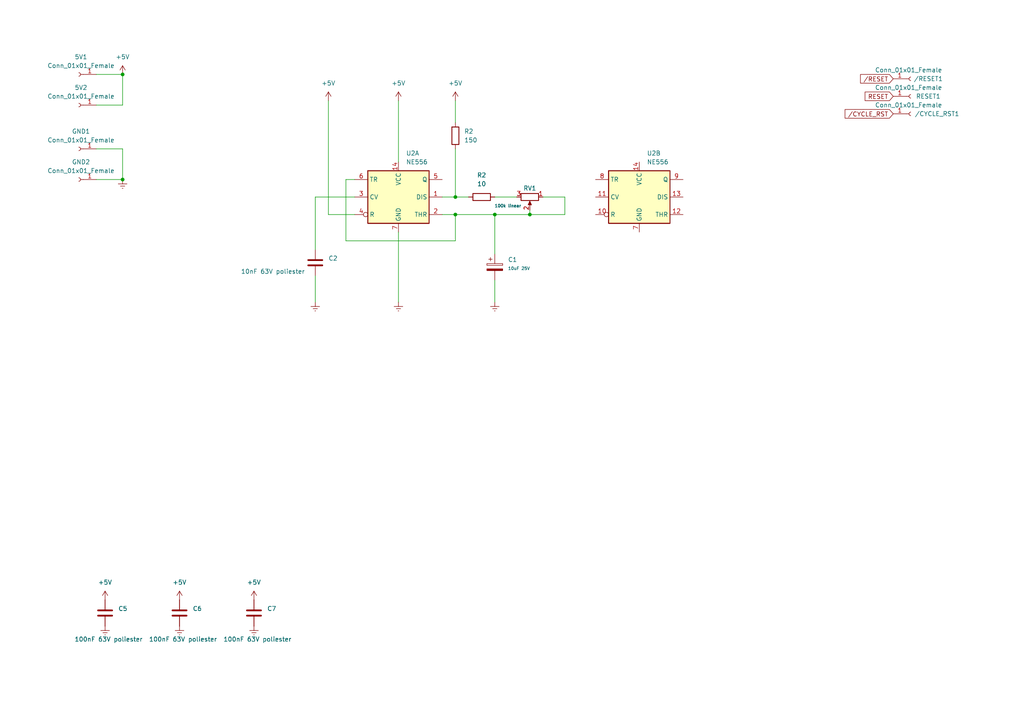
<source format=kicad_sch>
(kicad_sch (version 20230121) (generator eeschema)

  (uuid 4e4768fd-52f0-4853-bca6-f45a0aebc6bd)

  (paper "A4")

  (lib_symbols
    (symbol "Connector:Conn_01x01_Female" (pin_names (offset 1.016) hide) (in_bom yes) (on_board yes)
      (property "Reference" "J" (at 0 2.54 0)
        (effects (font (size 1.27 1.27)))
      )
      (property "Value" "Conn_01x01_Female" (at 0 -2.54 0)
        (effects (font (size 1.27 1.27)))
      )
      (property "Footprint" "" (at 0 0 0)
        (effects (font (size 1.27 1.27)) hide)
      )
      (property "Datasheet" "~" (at 0 0 0)
        (effects (font (size 1.27 1.27)) hide)
      )
      (property "ki_keywords" "connector" (at 0 0 0)
        (effects (font (size 1.27 1.27)) hide)
      )
      (property "ki_description" "Generic connector, single row, 01x01, script generated (kicad-library-utils/schlib/autogen/connector/)" (at 0 0 0)
        (effects (font (size 1.27 1.27)) hide)
      )
      (property "ki_fp_filters" "Connector*:*" (at 0 0 0)
        (effects (font (size 1.27 1.27)) hide)
      )
      (symbol "Conn_01x01_Female_1_1"
        (polyline
          (pts
            (xy -1.27 0)
            (xy -0.508 0)
          )
          (stroke (width 0.1524) (type default))
          (fill (type none))
        )
        (arc (start 0 0.508) (mid -0.5058 0) (end 0 -0.508)
          (stroke (width 0.1524) (type default))
          (fill (type none))
        )
        (pin passive line (at -5.08 0 0) (length 3.81)
          (name "Pin_1" (effects (font (size 1.27 1.27))))
          (number "1" (effects (font (size 1.27 1.27))))
        )
      )
    )
    (symbol "Device:C" (pin_numbers hide) (pin_names (offset 0.254)) (in_bom yes) (on_board yes)
      (property "Reference" "C" (at 0.635 2.54 0)
        (effects (font (size 1.27 1.27)) (justify left))
      )
      (property "Value" "C" (at 0.635 -2.54 0)
        (effects (font (size 1.27 1.27)) (justify left))
      )
      (property "Footprint" "" (at 0.9652 -3.81 0)
        (effects (font (size 1.27 1.27)) hide)
      )
      (property "Datasheet" "~" (at 0 0 0)
        (effects (font (size 1.27 1.27)) hide)
      )
      (property "ki_keywords" "cap capacitor" (at 0 0 0)
        (effects (font (size 1.27 1.27)) hide)
      )
      (property "ki_description" "Unpolarized capacitor" (at 0 0 0)
        (effects (font (size 1.27 1.27)) hide)
      )
      (property "ki_fp_filters" "C_*" (at 0 0 0)
        (effects (font (size 1.27 1.27)) hide)
      )
      (symbol "C_0_1"
        (polyline
          (pts
            (xy -2.032 -0.762)
            (xy 2.032 -0.762)
          )
          (stroke (width 0.508) (type default))
          (fill (type none))
        )
        (polyline
          (pts
            (xy -2.032 0.762)
            (xy 2.032 0.762)
          )
          (stroke (width 0.508) (type default))
          (fill (type none))
        )
      )
      (symbol "C_1_1"
        (pin passive line (at 0 3.81 270) (length 2.794)
          (name "~" (effects (font (size 1.27 1.27))))
          (number "1" (effects (font (size 1.27 1.27))))
        )
        (pin passive line (at 0 -3.81 90) (length 2.794)
          (name "~" (effects (font (size 1.27 1.27))))
          (number "2" (effects (font (size 1.27 1.27))))
        )
      )
    )
    (symbol "Device:C_Polarized" (pin_numbers hide) (pin_names (offset 0.254)) (in_bom yes) (on_board yes)
      (property "Reference" "C" (at 0.635 2.54 0)
        (effects (font (size 1.27 1.27)) (justify left))
      )
      (property "Value" "C_Polarized" (at 0.635 -2.54 0)
        (effects (font (size 1.27 1.27)) (justify left))
      )
      (property "Footprint" "" (at 0.9652 -3.81 0)
        (effects (font (size 1.27 1.27)) hide)
      )
      (property "Datasheet" "~" (at 0 0 0)
        (effects (font (size 1.27 1.27)) hide)
      )
      (property "ki_keywords" "cap capacitor" (at 0 0 0)
        (effects (font (size 1.27 1.27)) hide)
      )
      (property "ki_description" "Polarized capacitor" (at 0 0 0)
        (effects (font (size 1.27 1.27)) hide)
      )
      (property "ki_fp_filters" "CP_*" (at 0 0 0)
        (effects (font (size 1.27 1.27)) hide)
      )
      (symbol "C_Polarized_0_1"
        (rectangle (start -2.286 0.508) (end 2.286 1.016)
          (stroke (width 0) (type default))
          (fill (type none))
        )
        (polyline
          (pts
            (xy -1.778 2.286)
            (xy -0.762 2.286)
          )
          (stroke (width 0) (type default))
          (fill (type none))
        )
        (polyline
          (pts
            (xy -1.27 2.794)
            (xy -1.27 1.778)
          )
          (stroke (width 0) (type default))
          (fill (type none))
        )
        (rectangle (start 2.286 -0.508) (end -2.286 -1.016)
          (stroke (width 0) (type default))
          (fill (type outline))
        )
      )
      (symbol "C_Polarized_1_1"
        (pin passive line (at 0 3.81 270) (length 2.794)
          (name "~" (effects (font (size 1.27 1.27))))
          (number "1" (effects (font (size 1.27 1.27))))
        )
        (pin passive line (at 0 -3.81 90) (length 2.794)
          (name "~" (effects (font (size 1.27 1.27))))
          (number "2" (effects (font (size 1.27 1.27))))
        )
      )
    )
    (symbol "Device:R" (pin_numbers hide) (pin_names (offset 0)) (in_bom yes) (on_board yes)
      (property "Reference" "R" (at 2.032 0 90)
        (effects (font (size 1.27 1.27)))
      )
      (property "Value" "R" (at 0 0 90)
        (effects (font (size 1.27 1.27)))
      )
      (property "Footprint" "" (at -1.778 0 90)
        (effects (font (size 1.27 1.27)) hide)
      )
      (property "Datasheet" "~" (at 0 0 0)
        (effects (font (size 1.27 1.27)) hide)
      )
      (property "ki_keywords" "R res resistor" (at 0 0 0)
        (effects (font (size 1.27 1.27)) hide)
      )
      (property "ki_description" "Resistor" (at 0 0 0)
        (effects (font (size 1.27 1.27)) hide)
      )
      (property "ki_fp_filters" "R_*" (at 0 0 0)
        (effects (font (size 1.27 1.27)) hide)
      )
      (symbol "R_0_1"
        (rectangle (start -1.016 -2.54) (end 1.016 2.54)
          (stroke (width 0.254) (type default))
          (fill (type none))
        )
      )
      (symbol "R_1_1"
        (pin passive line (at 0 3.81 270) (length 1.27)
          (name "~" (effects (font (size 1.27 1.27))))
          (number "1" (effects (font (size 1.27 1.27))))
        )
        (pin passive line (at 0 -3.81 90) (length 1.27)
          (name "~" (effects (font (size 1.27 1.27))))
          (number "2" (effects (font (size 1.27 1.27))))
        )
      )
    )
    (symbol "Device:R_Potentiometer" (pin_names (offset 1.016) hide) (in_bom yes) (on_board yes)
      (property "Reference" "RV" (at -4.445 0 90)
        (effects (font (size 1.27 1.27)))
      )
      (property "Value" "R_Potentiometer" (at -2.54 0 90)
        (effects (font (size 1.27 1.27)))
      )
      (property "Footprint" "" (at 0 0 0)
        (effects (font (size 1.27 1.27)) hide)
      )
      (property "Datasheet" "~" (at 0 0 0)
        (effects (font (size 1.27 1.27)) hide)
      )
      (property "ki_keywords" "resistor variable" (at 0 0 0)
        (effects (font (size 1.27 1.27)) hide)
      )
      (property "ki_description" "Potentiometer" (at 0 0 0)
        (effects (font (size 1.27 1.27)) hide)
      )
      (property "ki_fp_filters" "Potentiometer*" (at 0 0 0)
        (effects (font (size 1.27 1.27)) hide)
      )
      (symbol "R_Potentiometer_0_1"
        (polyline
          (pts
            (xy 2.54 0)
            (xy 1.524 0)
          )
          (stroke (width 0) (type default))
          (fill (type none))
        )
        (polyline
          (pts
            (xy 1.143 0)
            (xy 2.286 0.508)
            (xy 2.286 -0.508)
            (xy 1.143 0)
          )
          (stroke (width 0) (type default))
          (fill (type outline))
        )
        (rectangle (start 1.016 2.54) (end -1.016 -2.54)
          (stroke (width 0.254) (type default))
          (fill (type none))
        )
      )
      (symbol "R_Potentiometer_1_1"
        (pin passive line (at 0 3.81 270) (length 1.27)
          (name "1" (effects (font (size 1.27 1.27))))
          (number "1" (effects (font (size 1.27 1.27))))
        )
        (pin passive line (at 3.81 0 180) (length 1.27)
          (name "2" (effects (font (size 1.27 1.27))))
          (number "2" (effects (font (size 1.27 1.27))))
        )
        (pin passive line (at 0 -3.81 90) (length 1.27)
          (name "3" (effects (font (size 1.27 1.27))))
          (number "3" (effects (font (size 1.27 1.27))))
        )
      )
    )
    (symbol "Timer:NE556" (in_bom yes) (on_board yes)
      (property "Reference" "U" (at -10.16 8.89 0)
        (effects (font (size 1.27 1.27)) (justify left))
      )
      (property "Value" "NE556" (at -10.16 -8.89 0)
        (effects (font (size 1.27 1.27)) (justify left))
      )
      (property "Footprint" "" (at 0 0 0)
        (effects (font (size 1.27 1.27)) hide)
      )
      (property "Datasheet" "http://www.ti.com/lit/ds/symlink/ne556.pdf" (at 0 0 0)
        (effects (font (size 1.27 1.27)) hide)
      )
      (property "ki_keywords" "dual timer" (at 0 0 0)
        (effects (font (size 1.27 1.27)) hide)
      )
      (property "ki_description" "Dual Precision Timers, DIP-14/SOIC-14" (at 0 0 0)
        (effects (font (size 1.27 1.27)) hide)
      )
      (property "ki_fp_filters" "DIP*W7.62mm* TSSOP*5.3x6.2mm*P0.65mm* SOIC*3.9x8.7mm*P1.27mm*" (at 0 0 0)
        (effects (font (size 1.27 1.27)) hide)
      )
      (symbol "NE556_0_0"
        (pin power_in line (at 0 10.16 270) (length 2.54)
          (name "VCC" (effects (font (size 1.27 1.27))))
          (number "14" (effects (font (size 1.27 1.27))))
        )
        (pin power_in line (at 0 -10.16 90) (length 2.54)
          (name "GND" (effects (font (size 1.27 1.27))))
          (number "7" (effects (font (size 1.27 1.27))))
        )
      )
      (symbol "NE556_0_1"
        (rectangle (start -8.89 -7.62) (end 8.89 7.62)
          (stroke (width 0.254) (type default))
          (fill (type background))
        )
        (rectangle (start -8.89 -7.62) (end 8.89 7.62)
          (stroke (width 0.254) (type default))
          (fill (type background))
        )
      )
      (symbol "NE556_1_1"
        (pin input line (at 12.7 0 180) (length 3.81)
          (name "DIS" (effects (font (size 1.27 1.27))))
          (number "1" (effects (font (size 1.27 1.27))))
        )
        (pin input line (at 12.7 -5.08 180) (length 3.81)
          (name "THR" (effects (font (size 1.27 1.27))))
          (number "2" (effects (font (size 1.27 1.27))))
        )
        (pin input line (at -12.7 0 0) (length 3.81)
          (name "CV" (effects (font (size 1.27 1.27))))
          (number "3" (effects (font (size 1.27 1.27))))
        )
        (pin input inverted (at -12.7 -5.08 0) (length 3.81)
          (name "R" (effects (font (size 1.27 1.27))))
          (number "4" (effects (font (size 1.27 1.27))))
        )
        (pin output line (at 12.7 5.08 180) (length 3.81)
          (name "Q" (effects (font (size 1.27 1.27))))
          (number "5" (effects (font (size 1.27 1.27))))
        )
        (pin input line (at -12.7 5.08 0) (length 3.81)
          (name "TR" (effects (font (size 1.27 1.27))))
          (number "6" (effects (font (size 1.27 1.27))))
        )
      )
      (symbol "NE556_2_1"
        (pin input inverted (at -12.7 -5.08 0) (length 3.81)
          (name "R" (effects (font (size 1.27 1.27))))
          (number "10" (effects (font (size 1.27 1.27))))
        )
        (pin input line (at -12.7 0 0) (length 3.81)
          (name "CV" (effects (font (size 1.27 1.27))))
          (number "11" (effects (font (size 1.27 1.27))))
        )
        (pin input line (at 12.7 -5.08 180) (length 3.81)
          (name "THR" (effects (font (size 1.27 1.27))))
          (number "12" (effects (font (size 1.27 1.27))))
        )
        (pin input line (at 12.7 0 180) (length 3.81)
          (name "DIS" (effects (font (size 1.27 1.27))))
          (number "13" (effects (font (size 1.27 1.27))))
        )
        (pin input line (at -12.7 5.08 0) (length 3.81)
          (name "TR" (effects (font (size 1.27 1.27))))
          (number "8" (effects (font (size 1.27 1.27))))
        )
        (pin output line (at 12.7 5.08 180) (length 3.81)
          (name "Q" (effects (font (size 1.27 1.27))))
          (number "9" (effects (font (size 1.27 1.27))))
        )
      )
    )
    (symbol "power:+5V" (power) (pin_names (offset 0)) (in_bom yes) (on_board yes)
      (property "Reference" "#PWR" (at 0 -3.81 0)
        (effects (font (size 1.27 1.27)) hide)
      )
      (property "Value" "+5V" (at 0 3.556 0)
        (effects (font (size 1.27 1.27)))
      )
      (property "Footprint" "" (at 0 0 0)
        (effects (font (size 1.27 1.27)) hide)
      )
      (property "Datasheet" "" (at 0 0 0)
        (effects (font (size 1.27 1.27)) hide)
      )
      (property "ki_keywords" "power-flag" (at 0 0 0)
        (effects (font (size 1.27 1.27)) hide)
      )
      (property "ki_description" "Power symbol creates a global label with name \"+5V\"" (at 0 0 0)
        (effects (font (size 1.27 1.27)) hide)
      )
      (symbol "+5V_0_1"
        (polyline
          (pts
            (xy -0.762 1.27)
            (xy 0 2.54)
          )
          (stroke (width 0) (type default))
          (fill (type none))
        )
        (polyline
          (pts
            (xy 0 0)
            (xy 0 2.54)
          )
          (stroke (width 0) (type default))
          (fill (type none))
        )
        (polyline
          (pts
            (xy 0 2.54)
            (xy 0.762 1.27)
          )
          (stroke (width 0) (type default))
          (fill (type none))
        )
      )
      (symbol "+5V_1_1"
        (pin power_in line (at 0 0 90) (length 0) hide
          (name "+5V" (effects (font (size 1.27 1.27))))
          (number "1" (effects (font (size 1.27 1.27))))
        )
      )
    )
    (symbol "power:Earth" (power) (pin_names (offset 0)) (in_bom yes) (on_board yes)
      (property "Reference" "#PWR" (at 0 -6.35 0)
        (effects (font (size 1.27 1.27)) hide)
      )
      (property "Value" "Earth" (at 0 -3.81 0)
        (effects (font (size 1.27 1.27)) hide)
      )
      (property "Footprint" "" (at 0 0 0)
        (effects (font (size 1.27 1.27)) hide)
      )
      (property "Datasheet" "~" (at 0 0 0)
        (effects (font (size 1.27 1.27)) hide)
      )
      (property "ki_keywords" "power-flag ground gnd" (at 0 0 0)
        (effects (font (size 1.27 1.27)) hide)
      )
      (property "ki_description" "Power symbol creates a global label with name \"Earth\"" (at 0 0 0)
        (effects (font (size 1.27 1.27)) hide)
      )
      (symbol "Earth_0_1"
        (polyline
          (pts
            (xy -0.635 -1.905)
            (xy 0.635 -1.905)
          )
          (stroke (width 0) (type default))
          (fill (type none))
        )
        (polyline
          (pts
            (xy -0.127 -2.54)
            (xy 0.127 -2.54)
          )
          (stroke (width 0) (type default))
          (fill (type none))
        )
        (polyline
          (pts
            (xy 0 -1.27)
            (xy 0 0)
          )
          (stroke (width 0) (type default))
          (fill (type none))
        )
        (polyline
          (pts
            (xy 1.27 -1.27)
            (xy -1.27 -1.27)
          )
          (stroke (width 0) (type default))
          (fill (type none))
        )
      )
      (symbol "Earth_1_1"
        (pin power_in line (at 0 0 270) (length 0) hide
          (name "Earth" (effects (font (size 1.27 1.27))))
          (number "1" (effects (font (size 1.27 1.27))))
        )
      )
    )
  )

  (junction (at 132.08 57.15) (diameter 0) (color 0 0 0 0)
    (uuid 0f597606-a8ff-414e-ba54-ecb8cf618eff)
  )
  (junction (at 143.51 62.23) (diameter 0) (color 0 0 0 0)
    (uuid 2aae1532-5af4-4a80-a30c-bf55cbff1155)
  )
  (junction (at 132.08 62.23) (diameter 0) (color 0 0 0 0)
    (uuid 5929c55c-c442-477e-9e0f-e96596150376)
  )
  (junction (at 153.67 62.23) (diameter 0) (color 0 0 0 0)
    (uuid 964071fe-d5c8-4108-9a58-e735d558eb0d)
  )
  (junction (at 35.56 21.59) (diameter 0) (color 0 0 0 0)
    (uuid afd113ed-adc7-415a-8a0e-8da5583aba04)
  )
  (junction (at 35.56 52.07) (diameter 0) (color 0 0 0 0)
    (uuid c8c02f7b-1b46-4d9b-ae06-6efce84f9a39)
  )

  (wire (pts (xy 163.83 57.15) (xy 163.83 62.23))
    (stroke (width 0) (type default))
    (uuid 0a20a810-2063-4267-934b-91c449006c06)
  )
  (wire (pts (xy 115.57 67.31) (xy 115.57 87.63))
    (stroke (width 0) (type default))
    (uuid 0ab35400-74c5-4385-86d9-d51bcaba3f55)
  )
  (wire (pts (xy 27.94 30.48) (xy 35.56 30.48))
    (stroke (width 0) (type default))
    (uuid 1690a351-cbda-4248-8b11-14a19cf647d8)
  )
  (wire (pts (xy 143.51 62.23) (xy 143.51 73.66))
    (stroke (width 0) (type default))
    (uuid 18256224-4e71-4264-8842-2abb9b52800e)
  )
  (wire (pts (xy 27.94 21.59) (xy 35.56 21.59))
    (stroke (width 0) (type default))
    (uuid 1b55b498-6bfa-494a-ae2d-15e4765b30cc)
  )
  (wire (pts (xy 100.33 69.85) (xy 132.08 69.85))
    (stroke (width 0) (type default))
    (uuid 2c961ace-c758-4918-bcec-30f8aa11f719)
  )
  (wire (pts (xy 143.51 62.23) (xy 132.08 62.23))
    (stroke (width 0) (type default))
    (uuid 35d09ccf-1cd7-4be7-942b-33a416828d7e)
  )
  (wire (pts (xy 143.51 81.28) (xy 143.51 87.63))
    (stroke (width 0) (type default))
    (uuid 5d2ce6ab-ae2d-4bec-949f-af4f98428212)
  )
  (wire (pts (xy 132.08 29.21) (xy 132.08 35.56))
    (stroke (width 0) (type default))
    (uuid 68ef9ded-ed51-4852-b4e8-d12c12c81951)
  )
  (wire (pts (xy 163.83 62.23) (xy 153.67 62.23))
    (stroke (width 0) (type default))
    (uuid 6ac8799c-2d28-4046-9346-987169a107e4)
  )
  (wire (pts (xy 115.57 29.21) (xy 115.57 46.99))
    (stroke (width 0) (type default))
    (uuid 752e8b97-14ad-490b-a887-e45371a044fd)
  )
  (wire (pts (xy 132.08 69.85) (xy 132.08 62.23))
    (stroke (width 0) (type default))
    (uuid 78573278-15a0-4b17-a2fe-7c99f571bbcb)
  )
  (wire (pts (xy 132.08 62.23) (xy 128.27 62.23))
    (stroke (width 0) (type default))
    (uuid 7c6dc0a0-5ae3-4ad1-9aa3-e618de9f4dba)
  )
  (wire (pts (xy 91.44 57.15) (xy 102.87 57.15))
    (stroke (width 0) (type default))
    (uuid 7cbae8e5-a4bd-42d0-a91b-a8ae31707da7)
  )
  (wire (pts (xy 157.48 57.15) (xy 163.83 57.15))
    (stroke (width 0) (type default))
    (uuid 80ba37cf-4e16-4a1a-a3af-6d26e82a59ff)
  )
  (wire (pts (xy 128.27 57.15) (xy 132.08 57.15))
    (stroke (width 0) (type default))
    (uuid 8599582c-af74-4d03-851a-3ba8e55b0e7e)
  )
  (wire (pts (xy 35.56 43.18) (xy 35.56 52.07))
    (stroke (width 0) (type default))
    (uuid 939d5522-f492-4496-9ee4-1f0ec3873b6f)
  )
  (wire (pts (xy 95.25 62.23) (xy 102.87 62.23))
    (stroke (width 0) (type default))
    (uuid b3025c35-3674-4649-9d73-0bcd076dec93)
  )
  (wire (pts (xy 91.44 80.01) (xy 91.44 87.63))
    (stroke (width 0) (type default))
    (uuid b450471c-7c2a-4ff2-9f4b-8e94f3ddb60b)
  )
  (wire (pts (xy 153.67 62.23) (xy 143.51 62.23))
    (stroke (width 0) (type default))
    (uuid b95be0f7-bfe6-4da0-8bb6-0ec2c2739c5c)
  )
  (wire (pts (xy 95.25 29.21) (xy 95.25 62.23))
    (stroke (width 0) (type default))
    (uuid bc938287-0f24-40ba-899f-5dcaee3744c5)
  )
  (wire (pts (xy 27.94 43.18) (xy 35.56 43.18))
    (stroke (width 0) (type default))
    (uuid bca5ffeb-9e4e-44c0-a55c-ddeb8268af94)
  )
  (wire (pts (xy 132.08 57.15) (xy 135.89 57.15))
    (stroke (width 0) (type default))
    (uuid bd3554c0-4ae4-4093-9df3-911d5c98a412)
  )
  (wire (pts (xy 100.33 52.07) (xy 100.33 69.85))
    (stroke (width 0) (type default))
    (uuid c924670d-934e-45a2-b00c-b8a8ab9a3a3b)
  )
  (wire (pts (xy 153.67 60.96) (xy 153.67 62.23))
    (stroke (width 0) (type default))
    (uuid d20ced56-bccb-453b-8cba-620faadbf6aa)
  )
  (wire (pts (xy 102.87 52.07) (xy 100.33 52.07))
    (stroke (width 0) (type default))
    (uuid d7338489-2dfa-41a9-b011-a8e80f5a54c1)
  )
  (wire (pts (xy 132.08 43.18) (xy 132.08 57.15))
    (stroke (width 0) (type default))
    (uuid d8244d74-ca8b-4355-8272-73ae79e2cf55)
  )
  (wire (pts (xy 91.44 72.39) (xy 91.44 57.15))
    (stroke (width 0) (type default))
    (uuid dd5fdf2a-de45-403d-b788-b428bf02b835)
  )
  (wire (pts (xy 27.94 52.07) (xy 35.56 52.07))
    (stroke (width 0) (type default))
    (uuid f504ed6a-5934-4b57-bdc2-9324d8f32ad3)
  )
  (wire (pts (xy 35.56 30.48) (xy 35.56 21.59))
    (stroke (width 0) (type default))
    (uuid f629aead-97b9-4165-837a-4344dd80962a)
  )
  (wire (pts (xy 143.51 57.15) (xy 149.86 57.15))
    (stroke (width 0) (type default))
    (uuid fc236324-dc3f-423a-89e6-8998af1929aa)
  )

  (global_label "{slash}RESET" (shape input) (at 259.08 22.86 180) (fields_autoplaced)
    (effects (font (size 1.27 1.27)) (justify right))
    (uuid 9cd8d690-3d5e-4685-9ed2-fb9098440e43)
    (property "Intersheetrefs" "${INTERSHEET_REFS}" (at 249.0192 22.86 0)
      (effects (font (size 1.27 1.27)) (justify right) hide)
    )
  )
  (global_label "RESET" (shape input) (at 259.08 27.94 180) (fields_autoplaced)
    (effects (font (size 1.27 1.27)) (justify right))
    (uuid a293cafa-ec93-495d-ae88-0b87933602cd)
    (property "Intersheetrefs" "${INTERSHEET_REFS}" (at 250.3497 27.94 0)
      (effects (font (size 1.27 1.27)) (justify right) hide)
    )
  )
  (global_label "{slash}CYCLE_RST" (shape input) (at 259.08 33.02 180) (fields_autoplaced)
    (effects (font (size 1.27 1.27)) (justify right))
    (uuid e9294d83-8776-4dda-999c-bc782cb80916)
    (property "Intersheetrefs" "${INTERSHEET_REFS}" (at 244.5439 33.02 0)
      (effects (font (size 1.27 1.27)) (justify right) hide)
    )
  )

  (symbol (lib_id "power:+5V") (at 73.66 173.99 0) (unit 1)
    (in_bom yes) (on_board yes) (dnp no) (fields_autoplaced)
    (uuid 0ab3a40c-7f27-40c9-b6e4-42c80268b55c)
    (property "Reference" "#PWR05" (at 73.66 177.8 0)
      (effects (font (size 1.27 1.27)) hide)
    )
    (property "Value" "+5V" (at 73.66 168.91 0)
      (effects (font (size 1.27 1.27)))
    )
    (property "Footprint" "" (at 73.66 173.99 0)
      (effects (font (size 1.27 1.27)) hide)
    )
    (property "Datasheet" "" (at 73.66 173.99 0)
      (effects (font (size 1.27 1.27)) hide)
    )
    (pin "1" (uuid 27609cf4-1c1f-4167-a149-0aea6e4faf13))
    (instances
      (project "Clock Circuit"
        (path "/4e4768fd-52f0-4853-bca6-f45a0aebc6bd"
          (reference "#PWR05") (unit 1)
        )
      )
      (project "ProgramCounter"
        (path "/9538e4ed-27e6-4c37-b989-9859dc0d49e8"
          (reference "#PWR07") (unit 1)
        )
      )
    )
  )

  (symbol (lib_id "power:+5V") (at 35.56 21.59 0) (unit 1)
    (in_bom yes) (on_board yes) (dnp no) (fields_autoplaced)
    (uuid 0c003c56-f45e-4213-97fc-88feb7b22cf3)
    (property "Reference" "#PWR07" (at 35.56 25.4 0)
      (effects (font (size 1.27 1.27)) hide)
    )
    (property "Value" "+5V" (at 35.56 16.51 0)
      (effects (font (size 1.27 1.27)))
    )
    (property "Footprint" "" (at 35.56 21.59 0)
      (effects (font (size 1.27 1.27)) hide)
    )
    (property "Datasheet" "" (at 35.56 21.59 0)
      (effects (font (size 1.27 1.27)) hide)
    )
    (pin "1" (uuid 7dcbcc6e-a1b9-4aec-a35b-441dfb88bec2))
    (instances
      (project "Clock Circuit"
        (path "/4e4768fd-52f0-4853-bca6-f45a0aebc6bd"
          (reference "#PWR07") (unit 1)
        )
      )
      (project "ProgramCounter"
        (path "/9538e4ed-27e6-4c37-b989-9859dc0d49e8"
          (reference "#PWR0108") (unit 1)
        )
      )
    )
  )

  (symbol (lib_id "power:+5V") (at 132.08 29.21 0) (unit 1)
    (in_bom yes) (on_board yes) (dnp no) (fields_autoplaced)
    (uuid 19d71692-5990-4ef9-950d-338b9c433a85)
    (property "Reference" "#PWR012" (at 132.08 33.02 0)
      (effects (font (size 1.27 1.27)) hide)
    )
    (property "Value" "+5V" (at 132.08 24.13 0)
      (effects (font (size 1.27 1.27)))
    )
    (property "Footprint" "" (at 132.08 29.21 0)
      (effects (font (size 1.27 1.27)) hide)
    )
    (property "Datasheet" "" (at 132.08 29.21 0)
      (effects (font (size 1.27 1.27)) hide)
    )
    (pin "1" (uuid 8cd2ed7b-bfa5-4960-a724-4eb9100ee1fe))
    (instances
      (project "Clock Circuit"
        (path "/4e4768fd-52f0-4853-bca6-f45a0aebc6bd"
          (reference "#PWR012") (unit 1)
        )
      )
      (project "ProgramCounter"
        (path "/9538e4ed-27e6-4c37-b989-9859dc0d49e8"
          (reference "#PWR0108") (unit 1)
        )
      )
    )
  )

  (symbol (lib_id "Connector:Conn_01x01_Female") (at 22.86 21.59 180) (unit 1)
    (in_bom yes) (on_board yes) (dnp no) (fields_autoplaced)
    (uuid 234fe4d3-9a2a-4ce7-9543-058ec54bbf11)
    (property "Reference" "5V1" (at 23.495 16.51 0)
      (effects (font (size 1.27 1.27)))
    )
    (property "Value" "Conn_01x01_Female" (at 23.495 19.05 0)
      (effects (font (size 1.27 1.27)))
    )
    (property "Footprint" "Connector_PinHeader_1.00mm:PinHeader_1x01_P1.00mm_Vertical" (at 22.86 21.59 0)
      (effects (font (size 1.27 1.27)) hide)
    )
    (property "Datasheet" "~" (at 22.86 21.59 0)
      (effects (font (size 1.27 1.27)) hide)
    )
    (pin "1" (uuid e006abf2-3dda-4c85-9af8-6b42198431c7))
    (instances
      (project "Clock Circuit"
        (path "/4e4768fd-52f0-4853-bca6-f45a0aebc6bd"
          (reference "5V1") (unit 1)
        )
      )
      (project "ProgramCounter"
        (path "/9538e4ed-27e6-4c37-b989-9859dc0d49e8"
          (reference "5V1") (unit 1)
        )
      )
    )
  )

  (symbol (lib_id "Connector:Conn_01x01_Female") (at 264.16 27.94 0) (mirror x) (unit 1)
    (in_bom yes) (on_board yes) (dnp no)
    (uuid 2802dd49-1d65-47b0-bc21-2e760f5d17ad)
    (property "Reference" "RESET1" (at 269.24 27.94 0)
      (effects (font (size 1.27 1.27)))
    )
    (property "Value" "Conn_01x01_Female" (at 263.525 25.4 0)
      (effects (font (size 1.27 1.27)))
    )
    (property "Footprint" "Connector_PinHeader_1.00mm:PinHeader_1x01_P1.00mm_Vertical" (at 264.16 27.94 0)
      (effects (font (size 1.27 1.27)) hide)
    )
    (property "Datasheet" "~" (at 264.16 27.94 0)
      (effects (font (size 1.27 1.27)) hide)
    )
    (pin "1" (uuid d04b8c07-66ac-4cc8-8aa1-ac248546a852))
    (instances
      (project "Clock Circuit"
        (path "/4e4768fd-52f0-4853-bca6-f45a0aebc6bd"
          (reference "RESET1") (unit 1)
        )
      )
      (project "ProgramCounter"
        (path "/9538e4ed-27e6-4c37-b989-9859dc0d49e8"
          (reference "RESET1") (unit 1)
        )
      )
    )
  )

  (symbol (lib_id "Device:C") (at 52.07 177.8 0) (unit 1)
    (in_bom yes) (on_board yes) (dnp no)
    (uuid 39f4d61c-0a58-422f-8fc3-8763feb2a82a)
    (property "Reference" "C6" (at 55.88 176.53 0)
      (effects (font (size 1.27 1.27)) (justify left))
    )
    (property "Value" "100nF 63V poliester" (at 43.18 185.42 0)
      (effects (font (size 1.27 1.27)) (justify left))
    )
    (property "Footprint" "Capacitor_THT:CP_Radial_D5.0mm_P2.00mm" (at 53.0352 181.61 0)
      (effects (font (size 1.27 1.27)) hide)
    )
    (property "Datasheet" "~" (at 52.07 177.8 0)
      (effects (font (size 1.27 1.27)) hide)
    )
    (pin "1" (uuid 0979e5d1-7c11-4730-81a0-1598dfca4b62))
    (pin "2" (uuid 268ce290-36e0-4850-a927-37d3bcae9a6b))
    (instances
      (project "Clock Circuit"
        (path "/4e4768fd-52f0-4853-bca6-f45a0aebc6bd"
          (reference "C6") (unit 1)
        )
      )
      (project "ProgramCounter"
        (path "/9538e4ed-27e6-4c37-b989-9859dc0d49e8"
          (reference "C2") (unit 1)
        )
      )
    )
  )

  (symbol (lib_id "power:+5V") (at 30.48 173.99 0) (unit 1)
    (in_bom yes) (on_board yes) (dnp no) (fields_autoplaced)
    (uuid 3c22d766-df73-4368-b13e-8fc335affef7)
    (property "Reference" "#PWR01" (at 30.48 177.8 0)
      (effects (font (size 1.27 1.27)) hide)
    )
    (property "Value" "+5V" (at 30.48 168.91 0)
      (effects (font (size 1.27 1.27)))
    )
    (property "Footprint" "" (at 30.48 173.99 0)
      (effects (font (size 1.27 1.27)) hide)
    )
    (property "Datasheet" "" (at 30.48 173.99 0)
      (effects (font (size 1.27 1.27)) hide)
    )
    (pin "1" (uuid a21f4e5f-694d-4260-bdac-b2951e84b60c))
    (instances
      (project "Clock Circuit"
        (path "/4e4768fd-52f0-4853-bca6-f45a0aebc6bd"
          (reference "#PWR01") (unit 1)
        )
      )
      (project "ProgramCounter"
        (path "/9538e4ed-27e6-4c37-b989-9859dc0d49e8"
          (reference "#PWR0111") (unit 1)
        )
      )
    )
  )

  (symbol (lib_id "power:+5V") (at 95.25 29.21 0) (unit 1)
    (in_bom yes) (on_board yes) (dnp no) (fields_autoplaced)
    (uuid 3dc5bbb3-0dba-466b-be30-040a079086e6)
    (property "Reference" "#PWR011" (at 95.25 33.02 0)
      (effects (font (size 1.27 1.27)) hide)
    )
    (property "Value" "+5V" (at 95.25 24.13 0)
      (effects (font (size 1.27 1.27)))
    )
    (property "Footprint" "" (at 95.25 29.21 0)
      (effects (font (size 1.27 1.27)) hide)
    )
    (property "Datasheet" "" (at 95.25 29.21 0)
      (effects (font (size 1.27 1.27)) hide)
    )
    (pin "1" (uuid b79681f9-85dc-4adf-959c-ef887dc10c5d))
    (instances
      (project "Clock Circuit"
        (path "/4e4768fd-52f0-4853-bca6-f45a0aebc6bd"
          (reference "#PWR011") (unit 1)
        )
      )
      (project "ProgramCounter"
        (path "/9538e4ed-27e6-4c37-b989-9859dc0d49e8"
          (reference "#PWR0108") (unit 1)
        )
      )
    )
  )

  (symbol (lib_id "power:Earth") (at 35.56 52.07 0) (unit 1)
    (in_bom yes) (on_board yes) (dnp no) (fields_autoplaced)
    (uuid 44ff996b-032d-4bea-89fa-a00e5283587c)
    (property "Reference" "#PWR08" (at 35.56 58.42 0)
      (effects (font (size 1.27 1.27)) hide)
    )
    (property "Value" "Earth" (at 35.56 55.88 0)
      (effects (font (size 1.27 1.27)) hide)
    )
    (property "Footprint" "" (at 35.56 52.07 0)
      (effects (font (size 1.27 1.27)) hide)
    )
    (property "Datasheet" "~" (at 35.56 52.07 0)
      (effects (font (size 1.27 1.27)) hide)
    )
    (pin "1" (uuid 65f12f6a-817b-449b-9f4b-996056ba017d))
    (instances
      (project "Clock Circuit"
        (path "/4e4768fd-52f0-4853-bca6-f45a0aebc6bd"
          (reference "#PWR08") (unit 1)
        )
      )
      (project "ProgramCounter"
        (path "/9538e4ed-27e6-4c37-b989-9859dc0d49e8"
          (reference "#PWR0109") (unit 1)
        )
      )
    )
  )

  (symbol (lib_id "Device:C") (at 73.66 177.8 0) (unit 1)
    (in_bom yes) (on_board yes) (dnp no)
    (uuid 5a813db9-71e1-4cb4-bd3d-fb5f7f048c1a)
    (property "Reference" "C7" (at 77.47 176.53 0)
      (effects (font (size 1.27 1.27)) (justify left))
    )
    (property "Value" "100nF 63V poliester" (at 64.77 185.42 0)
      (effects (font (size 1.27 1.27)) (justify left))
    )
    (property "Footprint" "Capacitor_THT:CP_Radial_D5.0mm_P2.00mm" (at 74.6252 181.61 0)
      (effects (font (size 1.27 1.27)) hide)
    )
    (property "Datasheet" "~" (at 73.66 177.8 0)
      (effects (font (size 1.27 1.27)) hide)
    )
    (pin "1" (uuid 71e575f4-e9d6-4cab-849b-80c28c634577))
    (pin "2" (uuid 739bf916-1c8d-4a41-bcc9-73570718a175))
    (instances
      (project "Clock Circuit"
        (path "/4e4768fd-52f0-4853-bca6-f45a0aebc6bd"
          (reference "C7") (unit 1)
        )
      )
      (project "ProgramCounter"
        (path "/9538e4ed-27e6-4c37-b989-9859dc0d49e8"
          (reference "C3") (unit 1)
        )
      )
    )
  )

  (symbol (lib_id "power:Earth") (at 115.57 87.63 0) (unit 1)
    (in_bom yes) (on_board yes) (dnp no) (fields_autoplaced)
    (uuid 6b708dc5-828e-4a30-8920-76cd1e8d2373)
    (property "Reference" "#PWR014" (at 115.57 93.98 0)
      (effects (font (size 1.27 1.27)) hide)
    )
    (property "Value" "Earth" (at 115.57 91.44 0)
      (effects (font (size 1.27 1.27)) hide)
    )
    (property "Footprint" "" (at 115.57 87.63 0)
      (effects (font (size 1.27 1.27)) hide)
    )
    (property "Datasheet" "~" (at 115.57 87.63 0)
      (effects (font (size 1.27 1.27)) hide)
    )
    (pin "1" (uuid e4719049-fe83-4488-95e0-7ecf27852d36))
    (instances
      (project "Clock Circuit"
        (path "/4e4768fd-52f0-4853-bca6-f45a0aebc6bd"
          (reference "#PWR014") (unit 1)
        )
      )
      (project "ProgramCounter"
        (path "/9538e4ed-27e6-4c37-b989-9859dc0d49e8"
          (reference "#PWR0110") (unit 1)
        )
      )
    )
  )

  (symbol (lib_id "Connector:Conn_01x01_Female") (at 264.16 22.86 0) (mirror x) (unit 1)
    (in_bom yes) (on_board yes) (dnp no)
    (uuid 6c030212-da3c-4394-9450-ca0518798f50)
    (property "Reference" "/RESET1" (at 269.24 22.86 0)
      (effects (font (size 1.27 1.27)))
    )
    (property "Value" "Conn_01x01_Female" (at 263.525 20.32 0)
      (effects (font (size 1.27 1.27)))
    )
    (property "Footprint" "Connector_PinHeader_1.00mm:PinHeader_1x01_P1.00mm_Vertical" (at 264.16 22.86 0)
      (effects (font (size 1.27 1.27)) hide)
    )
    (property "Datasheet" "~" (at 264.16 22.86 0)
      (effects (font (size 1.27 1.27)) hide)
    )
    (pin "1" (uuid bd8395ab-b7b6-4e16-bb1e-c70efaf101a3))
    (instances
      (project "Clock Circuit"
        (path "/4e4768fd-52f0-4853-bca6-f45a0aebc6bd"
          (reference "/RESET1") (unit 1)
        )
      )
      (project "ProgramCounter"
        (path "/9538e4ed-27e6-4c37-b989-9859dc0d49e8"
          (reference "/RESET1") (unit 1)
        )
      )
    )
  )

  (symbol (lib_id "power:Earth") (at 30.48 181.61 0) (unit 1)
    (in_bom yes) (on_board yes) (dnp no) (fields_autoplaced)
    (uuid 7659f958-1eb6-4194-a1a3-cfb96a525e09)
    (property "Reference" "#PWR02" (at 30.48 187.96 0)
      (effects (font (size 1.27 1.27)) hide)
    )
    (property "Value" "Earth" (at 30.48 185.42 0)
      (effects (font (size 1.27 1.27)) hide)
    )
    (property "Footprint" "" (at 30.48 181.61 0)
      (effects (font (size 1.27 1.27)) hide)
    )
    (property "Datasheet" "~" (at 30.48 181.61 0)
      (effects (font (size 1.27 1.27)) hide)
    )
    (pin "1" (uuid 3d17fa5a-8c2f-4c0b-a92f-b69b2024ef5f))
    (instances
      (project "Clock Circuit"
        (path "/4e4768fd-52f0-4853-bca6-f45a0aebc6bd"
          (reference "#PWR02") (unit 1)
        )
      )
      (project "ProgramCounter"
        (path "/9538e4ed-27e6-4c37-b989-9859dc0d49e8"
          (reference "#PWR0110") (unit 1)
        )
      )
    )
  )

  (symbol (lib_id "Connector:Conn_01x01_Female") (at 22.86 52.07 180) (unit 1)
    (in_bom yes) (on_board yes) (dnp no) (fields_autoplaced)
    (uuid 786ba69b-ab2d-48d6-9b49-eb8a7d85954f)
    (property "Reference" "GND2" (at 23.495 46.99 0)
      (effects (font (size 1.27 1.27)))
    )
    (property "Value" "Conn_01x01_Female" (at 23.495 49.53 0)
      (effects (font (size 1.27 1.27)))
    )
    (property "Footprint" "Connector_PinHeader_1.00mm:PinHeader_1x01_P1.00mm_Vertical" (at 22.86 52.07 0)
      (effects (font (size 1.27 1.27)) hide)
    )
    (property "Datasheet" "~" (at 22.86 52.07 0)
      (effects (font (size 1.27 1.27)) hide)
    )
    (pin "1" (uuid 07c1283f-e62d-4478-9840-d2e9e2c80fcd))
    (instances
      (project "Clock Circuit"
        (path "/4e4768fd-52f0-4853-bca6-f45a0aebc6bd"
          (reference "GND2") (unit 1)
        )
      )
      (project "ProgramCounter"
        (path "/9538e4ed-27e6-4c37-b989-9859dc0d49e8"
          (reference "GND2") (unit 1)
        )
      )
    )
  )

  (symbol (lib_id "Device:C") (at 30.48 177.8 0) (unit 1)
    (in_bom yes) (on_board yes) (dnp no)
    (uuid 79412264-1feb-43cd-b3f1-ae3a9a519267)
    (property "Reference" "C5" (at 34.29 176.53 0)
      (effects (font (size 1.27 1.27)) (justify left))
    )
    (property "Value" "100nF 63V poliester" (at 21.59 185.42 0)
      (effects (font (size 1.27 1.27)) (justify left))
    )
    (property "Footprint" "Capacitor_THT:CP_Radial_D5.0mm_P2.00mm" (at 31.4452 181.61 0)
      (effects (font (size 1.27 1.27)) hide)
    )
    (property "Datasheet" "~" (at 30.48 177.8 0)
      (effects (font (size 1.27 1.27)) hide)
    )
    (pin "1" (uuid 58db60e6-6b2e-4230-8d69-111013a8533f))
    (pin "2" (uuid 29fe8181-5c97-43ac-88ce-981155395166))
    (instances
      (project "Clock Circuit"
        (path "/4e4768fd-52f0-4853-bca6-f45a0aebc6bd"
          (reference "C5") (unit 1)
        )
      )
      (project "ProgramCounter"
        (path "/9538e4ed-27e6-4c37-b989-9859dc0d49e8"
          (reference "C1") (unit 1)
        )
      )
    )
  )

  (symbol (lib_id "power:+5V") (at 52.07 173.99 0) (unit 1)
    (in_bom yes) (on_board yes) (dnp no) (fields_autoplaced)
    (uuid 7a81d23a-c7c2-461c-885c-e3f0b062b120)
    (property "Reference" "#PWR03" (at 52.07 177.8 0)
      (effects (font (size 1.27 1.27)) hide)
    )
    (property "Value" "+5V" (at 52.07 168.91 0)
      (effects (font (size 1.27 1.27)))
    )
    (property "Footprint" "" (at 52.07 173.99 0)
      (effects (font (size 1.27 1.27)) hide)
    )
    (property "Datasheet" "" (at 52.07 173.99 0)
      (effects (font (size 1.27 1.27)) hide)
    )
    (pin "1" (uuid dbcc42e9-417d-40c2-aed3-fb2ccde51acc))
    (instances
      (project "Clock Circuit"
        (path "/4e4768fd-52f0-4853-bca6-f45a0aebc6bd"
          (reference "#PWR03") (unit 1)
        )
      )
      (project "ProgramCounter"
        (path "/9538e4ed-27e6-4c37-b989-9859dc0d49e8"
          (reference "#PWR01") (unit 1)
        )
      )
    )
  )

  (symbol (lib_id "Device:R") (at 132.08 39.37 180) (unit 1)
    (in_bom yes) (on_board yes) (dnp no) (fields_autoplaced)
    (uuid 839eacf7-c849-4aa0-92c3-e649a3d120fc)
    (property "Reference" "R2" (at 134.62 38.1 0)
      (effects (font (size 1.27 1.27)) (justify right))
    )
    (property "Value" "150" (at 134.62 40.64 0)
      (effects (font (size 1.27 1.27)) (justify right))
    )
    (property "Footprint" "" (at 133.858 39.37 90)
      (effects (font (size 1.27 1.27)) hide)
    )
    (property "Datasheet" "~" (at 132.08 39.37 0)
      (effects (font (size 1.27 1.27)) hide)
    )
    (pin "1" (uuid 1fdff315-1367-45a4-948f-4e2eee1b67d9))
    (pin "2" (uuid ae639c88-d35a-4081-9caf-d6afd6555144))
    (instances
      (project "Clock Circuit"
        (path "/4e4768fd-52f0-4853-bca6-f45a0aebc6bd"
          (reference "R2") (unit 1)
        )
      )
    )
  )

  (symbol (lib_id "power:Earth") (at 91.44 87.63 0) (unit 1)
    (in_bom yes) (on_board yes) (dnp no) (fields_autoplaced)
    (uuid 8717b0cc-8457-49a9-b034-47017055da2a)
    (property "Reference" "#PWR09" (at 91.44 93.98 0)
      (effects (font (size 1.27 1.27)) hide)
    )
    (property "Value" "Earth" (at 91.44 91.44 0)
      (effects (font (size 1.27 1.27)) hide)
    )
    (property "Footprint" "" (at 91.44 87.63 0)
      (effects (font (size 1.27 1.27)) hide)
    )
    (property "Datasheet" "~" (at 91.44 87.63 0)
      (effects (font (size 1.27 1.27)) hide)
    )
    (pin "1" (uuid 03653375-aead-4260-ac44-4ccc810cca87))
    (instances
      (project "Clock Circuit"
        (path "/4e4768fd-52f0-4853-bca6-f45a0aebc6bd"
          (reference "#PWR09") (unit 1)
        )
      )
      (project "ProgramCounter"
        (path "/9538e4ed-27e6-4c37-b989-9859dc0d49e8"
          (reference "#PWR0110") (unit 1)
        )
      )
    )
  )

  (symbol (lib_id "Timer:NE556") (at 185.42 57.15 0) (unit 2)
    (in_bom yes) (on_board yes) (dnp no) (fields_autoplaced)
    (uuid 8fdb1571-16c8-4929-8236-f7e3fe9a082b)
    (property "Reference" "U2" (at 187.6141 44.45 0)
      (effects (font (size 1.27 1.27)) (justify left))
    )
    (property "Value" "NE556" (at 187.6141 46.99 0)
      (effects (font (size 1.27 1.27)) (justify left))
    )
    (property "Footprint" "" (at 185.42 57.15 0)
      (effects (font (size 1.27 1.27)) hide)
    )
    (property "Datasheet" "http://www.ti.com/lit/ds/symlink/ne556.pdf" (at 185.42 57.15 0)
      (effects (font (size 1.27 1.27)) hide)
    )
    (pin "14" (uuid eb5805ac-4137-497c-b676-48df5a56a12f))
    (pin "7" (uuid 92ea7517-6b26-44ef-adc8-4eb53c154efb))
    (pin "1" (uuid b6b63f73-1128-4b20-9750-13897c79945f))
    (pin "2" (uuid daadd556-5412-43ac-90f8-d51d1dbeb351))
    (pin "3" (uuid e52752bb-6af7-4973-ad50-d5912f534e73))
    (pin "4" (uuid 37f214d6-61bb-43d6-af1f-d6308b9d841b))
    (pin "5" (uuid 7d3bc2a5-c389-4e00-85cf-b16882e8c17b))
    (pin "6" (uuid 07a35479-ca28-4a5a-a58a-81a9e6f0c382))
    (pin "10" (uuid d2fe08ce-f387-4451-ba3b-ce97d5df49e4))
    (pin "11" (uuid 15a23d2d-3b18-4a55-819b-ef87ae3a18c7))
    (pin "12" (uuid 15d4d4b9-8229-4c32-a497-75a2beff9136))
    (pin "13" (uuid cb1bb4bd-da15-4e7f-a76c-737015428897))
    (pin "8" (uuid bb47992b-f4b1-4bd8-b5ad-fa9b5e8ed6cf))
    (pin "9" (uuid d35cb9a4-3f13-48e1-abf5-20f4d8e77409))
    (instances
      (project "Clock Circuit"
        (path "/4e4768fd-52f0-4853-bca6-f45a0aebc6bd"
          (reference "U2") (unit 2)
        )
      )
    )
  )

  (symbol (lib_id "Timer:NE556") (at 115.57 57.15 0) (unit 1)
    (in_bom yes) (on_board yes) (dnp no)
    (uuid ba2c4971-6013-4b5d-845c-8b820fa11f1e)
    (property "Reference" "U2" (at 117.7641 44.45 0)
      (effects (font (size 1.27 1.27)) (justify left))
    )
    (property "Value" "NE556" (at 117.7641 46.99 0)
      (effects (font (size 1.27 1.27)) (justify left))
    )
    (property "Footprint" "" (at 115.57 57.15 0)
      (effects (font (size 1.27 1.27)) hide)
    )
    (property "Datasheet" "http://www.ti.com/lit/ds/symlink/ne556.pdf" (at 115.57 57.15 0)
      (effects (font (size 1.27 1.27)) hide)
    )
    (pin "14" (uuid a5004e1c-d84b-47e2-a356-b184200d1555))
    (pin "7" (uuid 4f092329-1374-48bb-acd6-30a8e7a12b06))
    (pin "1" (uuid 9e6a5dbf-84cf-4eb6-8337-a10519b81f03))
    (pin "2" (uuid e65a634b-9a82-4387-83eb-266aa790cbaf))
    (pin "3" (uuid afd1ee0c-2ab4-4d85-b65a-fbf259fa0f5f))
    (pin "4" (uuid a860b506-8fec-4d58-9e42-b4397596661e))
    (pin "5" (uuid 6b3de34b-6ef0-4706-b321-f69eab6ff6e0))
    (pin "6" (uuid f7a78e42-dc08-48c6-96fb-764f0cf9860e))
    (pin "10" (uuid 0660448a-a0ff-47f4-9b73-540e0017a759))
    (pin "11" (uuid 1d686e23-12ca-4728-a297-90d07fad631f))
    (pin "12" (uuid 5d4810f0-8ef8-4df9-8ac8-61d63f50071d))
    (pin "13" (uuid 00fad245-afe6-4f3f-a08d-c9104374af66))
    (pin "8" (uuid d506a0db-fdf5-4d0f-996a-b215ce4cf08b))
    (pin "9" (uuid 406975a5-7218-465c-a3e0-c7f21a749fe9))
    (instances
      (project "Clock Circuit"
        (path "/4e4768fd-52f0-4853-bca6-f45a0aebc6bd"
          (reference "U2") (unit 1)
        )
      )
    )
  )

  (symbol (lib_id "Connector:Conn_01x01_Female") (at 22.86 30.48 180) (unit 1)
    (in_bom yes) (on_board yes) (dnp no)
    (uuid c21344a1-f7e7-489b-8762-9f88f719b226)
    (property "Reference" "5V2" (at 23.495 25.4 0)
      (effects (font (size 1.27 1.27)))
    )
    (property "Value" "Conn_01x01_Female" (at 23.495 27.94 0)
      (effects (font (size 1.27 1.27)))
    )
    (property "Footprint" "Connector_PinHeader_1.00mm:PinHeader_1x01_P1.00mm_Vertical" (at 22.86 30.48 0)
      (effects (font (size 1.27 1.27)) hide)
    )
    (property "Datasheet" "~" (at 22.86 30.48 0)
      (effects (font (size 1.27 1.27)) hide)
    )
    (pin "1" (uuid 68dbbd02-67a8-4910-aacd-295b865a0b57))
    (instances
      (project "Clock Circuit"
        (path "/4e4768fd-52f0-4853-bca6-f45a0aebc6bd"
          (reference "5V2") (unit 1)
        )
      )
      (project "ProgramCounter"
        (path "/9538e4ed-27e6-4c37-b989-9859dc0d49e8"
          (reference "5V2") (unit 1)
        )
      )
    )
  )

  (symbol (lib_id "Device:C") (at 91.44 76.2 0) (unit 1)
    (in_bom yes) (on_board yes) (dnp no)
    (uuid c73f86ba-044a-4be6-95bb-c5967c037057)
    (property "Reference" "C2" (at 95.25 74.93 0)
      (effects (font (size 1.27 1.27)) (justify left))
    )
    (property "Value" "10nF 63V poliester" (at 69.85 78.74 0)
      (effects (font (size 1.27 1.27)) (justify left))
    )
    (property "Footprint" "Capacitor_THT:CP_Radial_D5.0mm_P2.00mm" (at 92.4052 80.01 0)
      (effects (font (size 1.27 1.27)) hide)
    )
    (property "Datasheet" "~" (at 91.44 76.2 0)
      (effects (font (size 1.27 1.27)) hide)
    )
    (pin "1" (uuid 7e859f19-81de-4993-95ba-73da3b9a43ea))
    (pin "2" (uuid 2b254d67-32c7-4d42-a78b-a5bb3620f0b7))
    (instances
      (project "Clock Circuit"
        (path "/4e4768fd-52f0-4853-bca6-f45a0aebc6bd"
          (reference "C2") (unit 1)
        )
      )
      (project "ProgramCounter"
        (path "/9538e4ed-27e6-4c37-b989-9859dc0d49e8"
          (reference "C1") (unit 1)
        )
      )
    )
  )

  (symbol (lib_id "power:Earth") (at 73.66 181.61 0) (unit 1)
    (in_bom yes) (on_board yes) (dnp no) (fields_autoplaced)
    (uuid d047ae0b-0906-4277-b23a-f4de77ec22c1)
    (property "Reference" "#PWR06" (at 73.66 187.96 0)
      (effects (font (size 1.27 1.27)) hide)
    )
    (property "Value" "Earth" (at 73.66 185.42 0)
      (effects (font (size 1.27 1.27)) hide)
    )
    (property "Footprint" "" (at 73.66 181.61 0)
      (effects (font (size 1.27 1.27)) hide)
    )
    (property "Datasheet" "~" (at 73.66 181.61 0)
      (effects (font (size 1.27 1.27)) hide)
    )
    (pin "1" (uuid b0ce67a5-c591-4293-86ac-9ca473dd192d))
    (instances
      (project "Clock Circuit"
        (path "/4e4768fd-52f0-4853-bca6-f45a0aebc6bd"
          (reference "#PWR06") (unit 1)
        )
      )
      (project "ProgramCounter"
        (path "/9538e4ed-27e6-4c37-b989-9859dc0d49e8"
          (reference "#PWR08") (unit 1)
        )
      )
    )
  )

  (symbol (lib_id "Device:C_Polarized") (at 143.51 77.47 0) (unit 1)
    (in_bom yes) (on_board yes) (dnp no) (fields_autoplaced)
    (uuid d3255b97-6b25-4746-bf0b-12ee5e0c93af)
    (property "Reference" "C1" (at 147.32 75.311 0)
      (effects (font (size 1.27 1.27)) (justify left))
    )
    (property "Value" "10uF 25V" (at 147.32 77.8509 0)
      (effects (font (size 0.87 0.87)) (justify left))
    )
    (property "Footprint" "" (at 144.4752 81.28 0)
      (effects (font (size 1.27 1.27)) hide)
    )
    (property "Datasheet" "~" (at 143.51 77.47 0)
      (effects (font (size 1.27 1.27)) hide)
    )
    (pin "1" (uuid 431365ab-519a-4b08-8908-2c88ce8d9355))
    (pin "2" (uuid 45b61b1a-8b5d-4c83-9505-158fd08bbf84))
    (instances
      (project "Clock Circuit"
        (path "/4e4768fd-52f0-4853-bca6-f45a0aebc6bd"
          (reference "C1") (unit 1)
        )
      )
    )
  )

  (symbol (lib_id "Device:R") (at 139.7 57.15 90) (unit 1)
    (in_bom yes) (on_board yes) (dnp no) (fields_autoplaced)
    (uuid d597abcd-077a-42a2-be2a-7f2ccc0809ba)
    (property "Reference" "R2" (at 139.7 50.8 90)
      (effects (font (size 1.27 1.27)))
    )
    (property "Value" "10" (at 139.7 53.34 90)
      (effects (font (size 1.27 1.27)))
    )
    (property "Footprint" "" (at 139.7 58.928 90)
      (effects (font (size 1.27 1.27)) hide)
    )
    (property "Datasheet" "~" (at 139.7 57.15 0)
      (effects (font (size 1.27 1.27)) hide)
    )
    (pin "1" (uuid 27c42264-f64f-40c7-84a7-a29933cd3b1a))
    (pin "2" (uuid 3e08d5d3-b157-43d4-be56-184dc6cafa9e))
    (instances
      (project "Clock Circuit"
        (path "/4e4768fd-52f0-4853-bca6-f45a0aebc6bd"
          (reference "R2") (unit 1)
        )
      )
    )
  )

  (symbol (lib_id "Connector:Conn_01x01_Female") (at 22.86 43.18 180) (unit 1)
    (in_bom yes) (on_board yes) (dnp no) (fields_autoplaced)
    (uuid db4152c7-5501-49dc-9453-5a0c35fa8dde)
    (property "Reference" "GND1" (at 23.495 38.1 0)
      (effects (font (size 1.27 1.27)))
    )
    (property "Value" "Conn_01x01_Female" (at 23.495 40.64 0)
      (effects (font (size 1.27 1.27)))
    )
    (property "Footprint" "Connector_PinHeader_1.00mm:PinHeader_1x01_P1.00mm_Vertical" (at 22.86 43.18 0)
      (effects (font (size 1.27 1.27)) hide)
    )
    (property "Datasheet" "~" (at 22.86 43.18 0)
      (effects (font (size 1.27 1.27)) hide)
    )
    (pin "1" (uuid d0a51fc6-c9d8-472c-ad7a-6cdf2a342e2e))
    (instances
      (project "Clock Circuit"
        (path "/4e4768fd-52f0-4853-bca6-f45a0aebc6bd"
          (reference "GND1") (unit 1)
        )
      )
      (project "ProgramCounter"
        (path "/9538e4ed-27e6-4c37-b989-9859dc0d49e8"
          (reference "GND1") (unit 1)
        )
      )
    )
  )

  (symbol (lib_id "Device:R_Potentiometer") (at 153.67 57.15 270) (unit 1)
    (in_bom yes) (on_board yes) (dnp no)
    (uuid dcf7110e-449b-422e-b5d4-a168630a31e8)
    (property "Reference" "RV1" (at 153.67 54.61 90)
      (effects (font (size 1.27 1.27)))
    )
    (property "Value" "100k linear" (at 147.32 59.69 90)
      (effects (font (size 0.87 0.87)))
    )
    (property "Footprint" "" (at 153.67 57.15 0)
      (effects (font (size 1.27 1.27)) hide)
    )
    (property "Datasheet" "~" (at 153.67 57.15 0)
      (effects (font (size 1.27 1.27)) hide)
    )
    (pin "1" (uuid babc70d1-937c-43bf-90a2-b2bb017d4992))
    (pin "2" (uuid c41240cd-b8e0-4de9-bb9e-27b79f109a20))
    (pin "3" (uuid e797dd96-b89f-4c6e-a16f-fe32bd6070e0))
    (instances
      (project "Clock Circuit"
        (path "/4e4768fd-52f0-4853-bca6-f45a0aebc6bd"
          (reference "RV1") (unit 1)
        )
      )
    )
  )

  (symbol (lib_id "power:Earth") (at 143.51 87.63 0) (unit 1)
    (in_bom yes) (on_board yes) (dnp no) (fields_autoplaced)
    (uuid e080d60e-2ec2-4d10-bcf5-1b3ff520c552)
    (property "Reference" "#PWR013" (at 143.51 93.98 0)
      (effects (font (size 1.27 1.27)) hide)
    )
    (property "Value" "Earth" (at 143.51 91.44 0)
      (effects (font (size 1.27 1.27)) hide)
    )
    (property "Footprint" "" (at 143.51 87.63 0)
      (effects (font (size 1.27 1.27)) hide)
    )
    (property "Datasheet" "~" (at 143.51 87.63 0)
      (effects (font (size 1.27 1.27)) hide)
    )
    (pin "1" (uuid 0cd36248-c89b-4811-9859-d98e29913776))
    (instances
      (project "Clock Circuit"
        (path "/4e4768fd-52f0-4853-bca6-f45a0aebc6bd"
          (reference "#PWR013") (unit 1)
        )
      )
      (project "ProgramCounter"
        (path "/9538e4ed-27e6-4c37-b989-9859dc0d49e8"
          (reference "#PWR0110") (unit 1)
        )
      )
    )
  )

  (symbol (lib_id "power:+5V") (at 115.57 29.21 0) (unit 1)
    (in_bom yes) (on_board yes) (dnp no) (fields_autoplaced)
    (uuid e2973e37-e35f-455c-89d3-7271adf5a488)
    (property "Reference" "#PWR010" (at 115.57 33.02 0)
      (effects (font (size 1.27 1.27)) hide)
    )
    (property "Value" "+5V" (at 115.57 24.13 0)
      (effects (font (size 1.27 1.27)))
    )
    (property "Footprint" "" (at 115.57 29.21 0)
      (effects (font (size 1.27 1.27)) hide)
    )
    (property "Datasheet" "" (at 115.57 29.21 0)
      (effects (font (size 1.27 1.27)) hide)
    )
    (pin "1" (uuid 94f025dd-a5e1-4413-b6a6-d46ee79591a4))
    (instances
      (project "Clock Circuit"
        (path "/4e4768fd-52f0-4853-bca6-f45a0aebc6bd"
          (reference "#PWR010") (unit 1)
        )
      )
      (project "ProgramCounter"
        (path "/9538e4ed-27e6-4c37-b989-9859dc0d49e8"
          (reference "#PWR0108") (unit 1)
        )
      )
    )
  )

  (symbol (lib_id "power:Earth") (at 52.07 181.61 0) (unit 1)
    (in_bom yes) (on_board yes) (dnp no) (fields_autoplaced)
    (uuid e607b2ed-1d05-4ffb-ad65-49fa08c93155)
    (property "Reference" "#PWR04" (at 52.07 187.96 0)
      (effects (font (size 1.27 1.27)) hide)
    )
    (property "Value" "Earth" (at 52.07 185.42 0)
      (effects (font (size 1.27 1.27)) hide)
    )
    (property "Footprint" "" (at 52.07 181.61 0)
      (effects (font (size 1.27 1.27)) hide)
    )
    (property "Datasheet" "~" (at 52.07 181.61 0)
      (effects (font (size 1.27 1.27)) hide)
    )
    (pin "1" (uuid 28ec8069-6a65-486f-9b26-3af86a994488))
    (instances
      (project "Clock Circuit"
        (path "/4e4768fd-52f0-4853-bca6-f45a0aebc6bd"
          (reference "#PWR04") (unit 1)
        )
      )
      (project "ProgramCounter"
        (path "/9538e4ed-27e6-4c37-b989-9859dc0d49e8"
          (reference "#PWR02") (unit 1)
        )
      )
    )
  )

  (symbol (lib_id "Connector:Conn_01x01_Female") (at 264.16 33.02 0) (mirror x) (unit 1)
    (in_bom yes) (on_board yes) (dnp no)
    (uuid fd0caaa1-b9c2-4750-a79c-c2162e22a6a8)
    (property "Reference" "/CYCLE_RST1" (at 271.78 33.02 0)
      (effects (font (size 1.27 1.27)))
    )
    (property "Value" "Conn_01x01_Female" (at 263.525 30.48 0)
      (effects (font (size 1.27 1.27)))
    )
    (property "Footprint" "Connector_PinHeader_1.00mm:PinHeader_1x01_P1.00mm_Vertical" (at 264.16 33.02 0)
      (effects (font (size 1.27 1.27)) hide)
    )
    (property "Datasheet" "~" (at 264.16 33.02 0)
      (effects (font (size 1.27 1.27)) hide)
    )
    (pin "1" (uuid ada3551a-1681-4e5e-969a-831a0ce8ea2b))
    (instances
      (project "Clock Circuit"
        (path "/4e4768fd-52f0-4853-bca6-f45a0aebc6bd"
          (reference "/CYCLE_RST1") (unit 1)
        )
      )
      (project "ProgramCounter"
        (path "/9538e4ed-27e6-4c37-b989-9859dc0d49e8"
          (reference "/CYCLE_RST1") (unit 1)
        )
      )
    )
  )

  (sheet_instances
    (path "/" (page "1"))
  )
)

</source>
